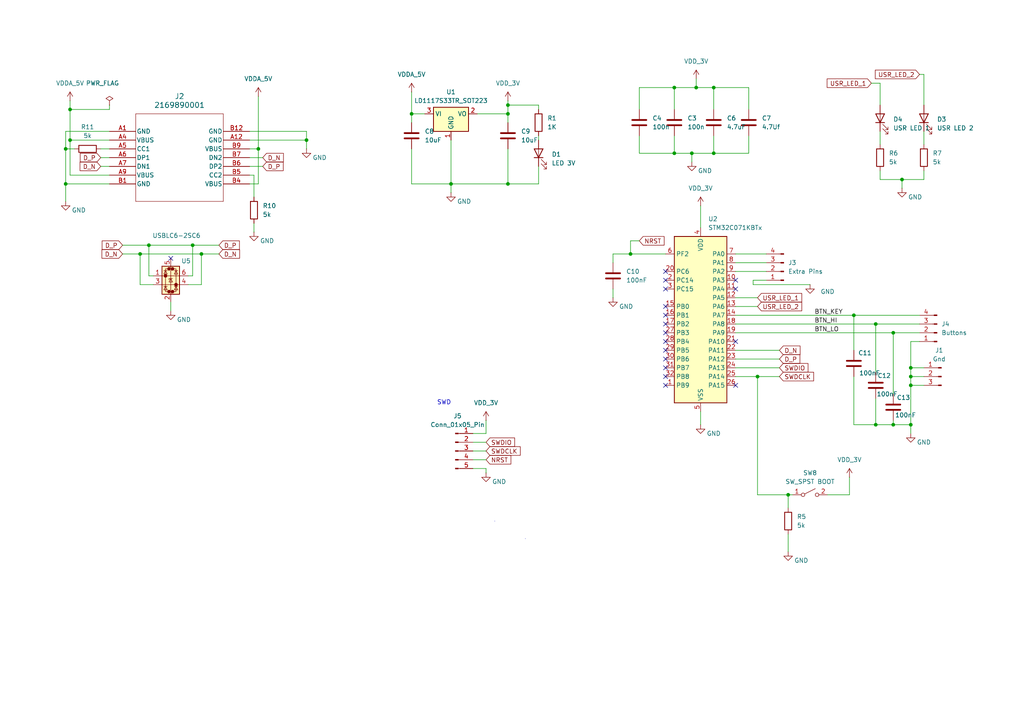
<source format=kicad_sch>
(kicad_sch (version 20231120) (generator "eeschema") (generator_version "8.0")
  (paper "A4")
  (lib_symbols
    (symbol "Connector:Conn_01x03_Pin" (pin_names (offset 1.016) hide)
      (property "Reference" "J" (at 0 5.08 0))
      (property "Value" "Conn_01x03_Pin" (at 0 -5.08 0))
      (symbol "Conn_01x03_Pin_1_1"
        (polyline (pts (xy 1.27 -2.54) (xy 0.8636 -2.54)) (stroke (width 0.1524)))
        (polyline (pts (xy 1.27 0) (xy 0.8636 0)) (stroke (width 0.1524)))
        (polyline (pts (xy 1.27 2.54) (xy 0.8636 2.54)) (stroke (width 0.1524)))
        (rectangle (start 0.8636 -2.413) (end 0 -2.667) (stroke (width 0.1524)) (fill (type outline)))
        (rectangle (start 0.8636 0.127) (end 0 -0.127) (stroke (width 0.1524)) (fill (type outline)))
        (rectangle (start 0.8636 2.667) (end 0 2.413) (stroke (width 0.1524)) (fill (type outline)))
        (pin passive line (at 5.08 2.54 180) (length 3.81) (name "Pin_1") (number "1"))
        (pin passive line (at 5.08 0 180) (length 3.81) (name "Pin_2") (number "2"))
        (pin passive line (at 5.08 -2.54 180) (length 3.81) (name "Pin_3") (number "3"))
      )
    )
    (symbol "Connector:Conn_01x04_Pin" (pin_names (offset 1.016) hide)
      (property "Reference" "J" (at 0 5.08 0))
      (property "Value" "Conn_01x04_Pin" (at 0 -7.62 0))
      (symbol "Conn_01x04_Pin_1_1"
        (polyline (pts (xy 1.27 -5.08) (xy 0.8636 -5.08)) (stroke (width 0.1524)))
        (polyline (pts (xy 1.27 -2.54) (xy 0.8636 -2.54)) (stroke (width 0.1524)))
        (polyline (pts (xy 1.27 0) (xy 0.8636 0)) (stroke (width 0.1524)))
        (polyline (pts (xy 1.27 2.54) (xy 0.8636 2.54)) (stroke (width 0.1524)))
        (rectangle (start 0.8636 -4.953) (end 0 -5.207) (stroke (width 0.1524)) (fill (type outline)))
        (rectangle (start 0.8636 -2.413) (end 0 -2.667) (stroke (width 0.1524)) (fill (type outline)))
        (rectangle (start 0.8636 0.127) (end 0 -0.127) (stroke (width 0.1524)) (fill (type outline)))
        (rectangle (start 0.8636 2.667) (end 0 2.413) (stroke (width 0.1524)) (fill (type outline)))
        (pin passive line (at 5.08 2.54 180) (length 3.81) (name "Pin_1") (number "1"))
        (pin passive line (at 5.08 0 180) (length 3.81) (name "Pin_2") (number "2"))
        (pin passive line (at 5.08 -2.54 180) (length 3.81) (name "Pin_3") (number "3"))
        (pin passive line (at 5.08 -5.08 180) (length 3.81) (name "Pin_4") (number "4"))
      )
    )
    (symbol "Connector:Conn_01x05_Pin" (pin_names (offset 1.016) hide)
      (property "Reference" "J" (at 0 7.62 0))
      (property "Value" "Conn_01x05_Pin" (at 0 -7.62 0))
      (symbol "Conn_01x05_Pin_1_1"
        (polyline (pts (xy 1.27 -5.08) (xy 0.8636 -5.08)) (stroke (width 0.1524)))
        (polyline (pts (xy 1.27 -2.54) (xy 0.8636 -2.54)) (stroke (width 0.1524)))
        (polyline (pts (xy 1.27 0) (xy 0.8636 0)) (stroke (width 0.1524)))
        (polyline (pts (xy 1.27 2.54) (xy 0.8636 2.54)) (stroke (width 0.1524)))
        (polyline (pts (xy 1.27 5.08) (xy 0.8636 5.08)) (stroke (width 0.1524)))
        (rectangle (start 0.8636 -4.953) (end 0 -5.207) (stroke (width 0.1524)) (fill (type outline)))
        (rectangle (start 0.8636 -2.413) (end 0 -2.667) (stroke (width 0.1524)) (fill (type outline)))
        (rectangle (start 0.8636 0.127) (end 0 -0.127) (stroke (width 0.1524)) (fill (type outline)))
        (rectangle (start 0.8636 2.667) (end 0 2.413) (stroke (width 0.1524)) (fill (type outline)))
        (rectangle (start 0.8636 5.207) (end 0 4.953) (stroke (width 0.1524)) (fill (type outline)))
        (pin passive line (at 5.08 5.08 180) (length 3.81) (name "Pin_1") (number "1"))
        (pin passive line (at 5.08 2.54 180) (length 3.81) (name "Pin_2") (number "2"))
        (pin passive line (at 5.08 0 180) (length 3.81) (name "Pin_3") (number "3"))
        (pin passive line (at 5.08 -2.54 180) (length 3.81) (name "Pin_4") (number "4"))
        (pin passive line (at 5.08 -5.08 180) (length 3.81) (name "Pin_5") (number "5"))
      )
    )
    (symbol "Device:C" (pin_numbers hide) (pin_names (offset 0.254))
      (property "Reference" "C" (at 0.635 2.54 0))
      (property "Value" "C" (at 0.635 -2.54 0))
      (symbol "C_0_1"
        (polyline (pts (xy -2.032 -0.762) (xy 2.032 -0.762)) (stroke (width 0.508)))
        (polyline (pts (xy -2.032 0.762) (xy 2.032 0.762)) (stroke (width 0.508)))
      )
      (symbol "C_1_1"
        (pin passive line (at 0 3.81 270) (length 2.794) (name "~") (number "1"))
        (pin passive line (at 0 -3.81 90) (length 2.794) (name "~") (number "2"))
      )
    )
    (symbol "Device:LED" (pin_numbers hide) (pin_names (offset 1.016) hide)
      (property "Reference" "D" (at 0 2.54 0))
      (property "Value" "LED" (at 0 -2.54 0))
      (symbol "LED_0_1"
        (polyline (pts (xy -1.27 -1.27) (xy -1.27 1.27)) (stroke (width 0.254)))
        (polyline (pts (xy -1.27 0) (xy 1.27 0)))
        (polyline (pts (xy 1.27 -1.27) (xy 1.27 1.27) (xy -1.27 0) (xy 1.27 -1.27)) (stroke (width 0.254)))
        (polyline (pts (xy -3.048 -0.762) (xy -4.572 -2.286) (xy -3.81 -2.286) (xy -4.572 -2.286) (xy -4.572 -1.524)))
        (polyline (pts (xy -1.778 -0.762) (xy -3.302 -2.286) (xy -2.54 -2.286) (xy -3.302 -2.286) (xy -3.302 -1.524)))
      )
      (symbol "LED_1_1"
        (pin passive line (at -3.81 0 0) (length 2.54) (name "K") (number "1"))
        (pin passive line (at 3.81 0 180) (length 2.54) (name "A") (number "2"))
      )
    )
    (symbol "Device:R" (pin_numbers hide) (pin_names (offset 0))
      (property "Reference" "R" (at 2.032 0 90))
      (property "Value" "R" (at 0 0 90))
      (symbol "R_0_1"
        (rectangle (start -1.016 -2.54) (end 1.016 2.54) (stroke (width 0.254)))
      )
      (symbol "R_1_1"
        (pin passive line (at 0 3.81 270) (length 1.27) (name "~") (number "1"))
        (pin passive line (at 0 -3.81 90) (length 1.27) (name "~") (number "2"))
      )
    )
    (symbol "MCU_ST_STM32C0:STM32C071KBTx"
      (property "Reference" "U" (at -7.62 26.67 0))
      (property "Value" "STM32C071KBTx" (at 2.54 26.67 0))
      (symbol "STM32C071KBTx_0_1"
        (rectangle (start -7.62 -22.86) (end 7.62 25.4) (stroke (width 0.254)) (fill (type background)))
      )
      (symbol "STM32C071KBTx_1_1"
        (pin bidirectional line (at -10.16 -17.78 0) (length 2.54) (name "PB9") (number "1"))
        (pin bidirectional line (at 10.16 12.7 180) (length 2.54) (name "PA3") (number "10"))
        (pin bidirectional line (at 10.16 10.16 180) (length 2.54) (name "PA4") (number "11"))
        (pin bidirectional line (at 10.16 7.62 180) (length 2.54) (name "PA5") (number "12"))
        (pin bidirectional line (at 10.16 5.08 180) (length 2.54) (name "PA6") (number "13"))
        (pin bidirectional line (at 10.16 2.54 180) (length 2.54) (name "PA7") (number "14"))
        (pin bidirectional line (at -10.16 5.08 0) (length 2.54) (name "PB0") (number "15"))
        (pin bidirectional line (at -10.16 2.54 0) (length 2.54) (name "PB1") (number "16"))
        (pin bidirectional line (at -10.16 0 0) (length 2.54) (name "PB2") (number "17"))
        (pin bidirectional line (at 10.16 0 180) (length 2.54) (name "PA8") (number "18"))
        (pin bidirectional line (at 10.16 -2.54 180) (length 2.54) (name "PA9") (number "19"))
        (pin bidirectional line (at -10.16 12.7 0) (length 2.54) (name "PC14") (number "2"))
        (pin bidirectional line (at -10.16 15.24 0) (length 2.54) (name "PC6") (number "20"))
        (pin bidirectional line (at 10.16 -5.08 180) (length 2.54) (name "PA10") (number "21"))
        (pin bidirectional line (at 10.16 -7.62 180) (length 2.54) (name "PA11") (number "22"))
        (pin bidirectional line (at 10.16 -10.16 180) (length 2.54) (name "PA12") (number "23"))
        (pin bidirectional line (at 10.16 -12.7 180) (length 2.54) (name "PA13") (number "24"))
        (pin bidirectional line (at 10.16 -15.24 180) (length 2.54) (name "PA14") (number "25"))
        (pin bidirectional line (at 10.16 -17.78 180) (length 2.54) (name "PA15") (number "26"))
        (pin bidirectional line (at -10.16 -2.54 0) (length 2.54) (name "PB3") (number "27"))
        (pin bidirectional line (at -10.16 -5.08 0) (length 2.54) (name "PB4") (number "28"))
        (pin bidirectional line (at -10.16 -7.62 0) (length 2.54) (name "PB5") (number "29"))
        (pin bidirectional line (at -10.16 10.16 0) (length 2.54) (name "PC15") (number "3"))
        (pin bidirectional line (at -10.16 -10.16 0) (length 2.54) (name "PB6") (number "30"))
        (pin bidirectional line (at -10.16 -12.7 0) (length 2.54) (name "PB7") (number "31"))
        (pin bidirectional line (at -10.16 -15.24 0) (length 2.54) (name "PB8") (number "32"))
        (pin power_in line (at 0 27.94 270) (length 2.54) (name "VDD") (number "4"))
        (pin power_in line (at 0 -25.4 90) (length 2.54) (name "VSS") (number "5"))
        (pin bidirectional line (at -10.16 20.32 0) (length 2.54) (name "PF2") (number "6"))
        (pin bidirectional line (at 10.16 20.32 180) (length 2.54) (name "PA0") (number "7"))
        (pin bidirectional line (at 10.16 17.78 180) (length 2.54) (name "PA1") (number "8"))
        (pin bidirectional line (at 10.16 15.24 180) (length 2.54) (name "PA2") (number "9"))
      )
    )
    (symbol "Power_Protection:USBLC6-2SC6" (pin_names hide)
      (property "Reference" "U" (at 0.635 5.715 0))
      (property "Value" "USBLC6-2SC6" (at 0.635 3.81 0))
      (symbol "USBLC6-2SC6_0_0"
        (circle (center -1.524 0) (radius 0.0001) (stroke (width 0.508)))
        (circle (center -0.508 -4.572) (radius 0.0001) (stroke (width 0.508)))
        (circle (center -0.508 2.032) (radius 0.0001) (stroke (width 0.508)))
        (circle (center 0.508 -4.572) (radius 0.0001) (stroke (width 0.508)))
        (circle (center 0.508 2.032) (radius 0.0001) (stroke (width 0.508)))
        (circle (center 1.524 -2.54) (radius 0.0001) (stroke (width 0.508)))
      )
      (symbol "USBLC6-2SC6_0_1"
        (polyline (pts (xy -2.54 -2.54) (xy 2.54 -2.54)))
        (polyline (pts (xy -2.54 0) (xy 2.54 0)))
        (polyline (pts (xy -2.032 -3.048) (xy -1.016 -3.048)))
        (polyline (pts (xy -1.016 1.524) (xy -2.032 1.524)))
        (polyline (pts (xy 1.016 -3.048) (xy 2.032 -3.048)))
        (polyline (pts (xy 1.016 1.524) (xy 2.032 1.524)))
        (polyline (pts (xy -0.508 -1.143) (xy -0.508 -0.762) (xy 0.508 -0.762)))
        (polyline (pts (xy -2.032 0.508) (xy -1.016 0.508) (xy -1.524 1.524) (xy -2.032 0.508)))
        (polyline (pts (xy -1.016 -4.064) (xy -2.032 -4.064) (xy -1.524 -3.048) (xy -1.016 -4.064)))
        (polyline (pts (xy 0.508 -1.778) (xy -0.508 -1.778) (xy 0 -0.762) (xy 0.508 -1.778)))
        (polyline (pts (xy 2.032 -4.064) (xy 1.016 -4.064) (xy 1.524 -3.048) (xy 2.032 -4.064)))
        (polyline (pts (xy 2.032 0.508) (xy 1.016 0.508) (xy 1.524 1.524) (xy 2.032 0.508)))
        (polyline (pts (xy 0 2.54) (xy -0.508 2.032) (xy 0.508 2.032) (xy 0 1.524) (xy 0 -4.064) (xy -0.508 -4.572) (xy 0.508 -4.572) (xy 0 -5.08)))
      )
      (symbol "USBLC6-2SC6_1_1"
        (rectangle (start -2.54 2.794) (end 2.54 -5.334) (stroke (width 0.254)) (fill (type background)))
        (polyline (pts (xy -0.508 2.032) (xy -1.524 2.032) (xy -1.524 -4.572) (xy -0.508 -4.572)))
        (polyline (pts (xy 0.508 -4.572) (xy 1.524 -4.572) (xy 1.524 2.032) (xy 0.508 2.032)))
        (pin passive line (at -5.08 0 0) (length 2.54) (name "I/O1") (number "1"))
        (pin passive line (at 0 -7.62 90) (length 2.54) (name "GND") (number "2"))
        (pin passive line (at -5.08 -2.54 0) (length 2.54) (name "I/O2") (number "3"))
        (pin passive line (at 5.08 -2.54 180) (length 2.54) (name "I/O2") (number "4"))
        (pin passive line (at 0 5.08 270) (length 2.54) (name "VBUS") (number "5"))
        (pin passive line (at 5.08 0 180) (length 2.54) (name "I/O1") (number "6"))
      )
    )
    (symbol "Regulator_Linear:LD1117S33TR_SOT223"
      (property "Reference" "U" (at -3.81 3.175 0))
      (property "Value" "LD1117S33TR_SOT223" (at 0 3.175 0))
      (symbol "LD1117S33TR_SOT223_0_1"
        (rectangle (start -5.08 -5.08) (end 5.08 1.905) (stroke (width 0.254)) (fill (type background)))
      )
      (symbol "LD1117S33TR_SOT223_1_1"
        (pin power_in line (at 0 -7.62 90) (length 2.54) (name "GND") (number "1"))
        (pin power_out line (at 7.62 0 180) (length 2.54) (name "VO") (number "2"))
        (pin power_in line (at -7.62 0 0) (length 2.54) (name "VI") (number "3"))
      )
    )
    (symbol "Switch:SW_SPST" (pin_names (offset 0) hide)
      (property "Reference" "SW" (at 0 3.175 0))
      (property "Value" "SW_SPST" (at 0 -2.54 0))
      (symbol "SW_SPST_0_0"
        (circle (center -2.032 0) (radius 0.508))
        (polyline (pts (xy -1.524 0.254) (xy 1.524 1.778)))
        (circle (center 2.032 0) (radius 0.508))
      )
      (symbol "SW_SPST_1_1"
        (pin passive line (at -5.08 0 0) (length 2.54) (name "A") (number "1"))
        (pin passive line (at 5.08 0 180) (length 2.54) (name "B") (number "2"))
      )
    )
    (symbol "USB Connector:2169890001" (pin_names (offset 0.254))
      (property "Reference" "J" (at 20.32 10.16 0))
      (property "Value" "2169890001" (at 20.32 7.62 0))
      (symbol "2169890001_0_1"
        (polyline (pts (xy 7.62 -20.32) (xy 33.02 -20.32)) (stroke (width 0.127)))
        (polyline (pts (xy 7.62 5.08) (xy 7.62 -20.32)) (stroke (width 0.127)))
        (polyline (pts (xy 33.02 -20.32) (xy 33.02 5.08)) (stroke (width 0.127)))
        (polyline (pts (xy 33.02 5.08) (xy 7.62 5.08)) (stroke (width 0.127)))
        (pin power_out line (at 0 0 0) (length 7.62) (name "GND") (number "A1"))
        (pin power_out line (at 40.64 -2.54 180) (length 7.62) (name "GND") (number "A12"))
        (pin power_in line (at 0 -2.54 0) (length 7.62) (name "VBUS") (number "A4"))
        (pin bidirectional line (at 0 -5.08 0) (length 7.62) (name "CC1") (number "A5"))
        (pin bidirectional line (at 0 -7.62 0) (length 7.62) (name "DP1") (number "A6"))
        (pin bidirectional line (at 0 -10.16 0) (length 7.62) (name "DN1") (number "A7"))
        (pin power_in line (at 0 -12.7 0) (length 7.62) (name "VBUS") (number "A9"))
        (pin power_out line (at 0 -15.24 0) (length 7.62) (name "GND") (number "B1"))
        (pin power_out line (at 40.64 0 180) (length 7.62) (name "GND") (number "B12"))
        (pin power_in line (at 40.64 -15.24 180) (length 7.62) (name "VBUS") (number "B4"))
        (pin bidirectional line (at 40.64 -12.7 180) (length 7.62) (name "CC2") (number "B5"))
        (pin bidirectional line (at 40.64 -10.16 180) (length 7.62) (name "DP2") (number "B6"))
        (pin bidirectional line (at 40.64 -7.62 180) (length 7.62) (name "DN2") (number "B7"))
        (pin power_in line (at 40.64 -5.08 180) (length 7.62) (name "VBUS") (number "B9"))
      )
    )
    (symbol "power:GND" (power) (pin_numbers hide) (pin_names (offset 0) hide)
      (property "Value" "GND" (at 0 -3.81 0))
      (symbol "GND_0_1"
        (polyline (pts (xy 0 0) (xy 0 -1.27) (xy 1.27 -1.27) (xy 0 -2.54) (xy -1.27 -1.27) (xy 0 -1.27)))
      )
      (symbol "GND_1_1"
        (pin power_in line (at 0 0 270) (length 0) (name "~") (number "1"))
      )
    )
    (symbol "power:PWR_FLAG" (power) (pin_numbers hide) (pin_names (offset 0) hide)
      (property "Value" "PWR_FLAG" (at 0 3.81 0))
      (symbol "PWR_FLAG_0_0"
        (pin power_out line (at 0 0 90) (length 0) (name "~") (number "1"))
      )
      (symbol "PWR_FLAG_0_1"
        (polyline (pts (xy 0 0) (xy 0 1.27) (xy -1.016 1.905) (xy 0 2.54) (xy 1.016 1.905) (xy 0 1.27)))
      )
    )
    (symbol "power:VDD" (power) (pin_numbers hide) (pin_names (offset 0) hide)
      (property "Value" "VDD" (at 0 3.556 0))
      (symbol "VDD_0_1"
        (polyline (pts (xy -0.762 1.27) (xy 0 2.54)))
        (polyline (pts (xy 0 0) (xy 0 2.54)))
        (polyline (pts (xy 0 2.54) (xy 0.762 1.27)))
      )
      (symbol "VDD_1_1"
        (pin power_in line (at 0 0 90) (length 0) (name "~") (number "1"))
      )
    )
    (symbol "power:VDDA" (power) (pin_numbers hide) (pin_names (offset 0) hide)
      (property "Value" "VDDA" (at 0 3.556 0))
      (symbol "VDDA_0_1"
        (polyline (pts (xy -0.762 1.27) (xy 0 2.54)))
        (polyline (pts (xy 0 0) (xy 0 2.54)))
        (polyline (pts (xy 0 2.54) (xy 0.762 1.27)))
      )
      (symbol "VDDA_1_1"
        (pin power_in line (at 0 0 90) (length 0) (name "~") (number "1"))
      )
    )
  )
  (junction (at 254 123.19))
  (junction (at 200.66 44.45))
  (junction (at 20.32 31.75))
  (junction (at 55.88 71.12))
  (junction (at 264.16 109.22))
  (junction (at 119.38 33.02))
  (junction (at 195.58 44.45))
  (junction (at 19.05 53.34))
  (junction (at 264.16 106.68))
  (junction (at 247.65 91.44))
  (junction (at 195.58 25.4))
  (junction (at 182.88 73.66))
  (junction (at 207.01 44.45))
  (junction (at 74.93 43.18))
  (junction (at 201.93 25.4))
  (junction (at 264.16 111.76))
  (junction (at 261.62 52.07))
  (junction (at 20.32 40.64))
  (junction (at 207.01 25.4))
  (junction (at 147.32 30.48))
  (junction (at 254 93.98))
  (junction (at 88.9 40.64))
  (junction (at 147.32 53.34))
  (junction (at 40.64 73.66))
  (junction (at 259.08 123.19))
  (junction (at 228.6 143.51))
  (junction (at 259.08 96.52))
  (junction (at 219.71 109.22))
  (junction (at 58.42 73.66))
  (junction (at 147.32 33.02))
  (junction (at 264.16 123.19))
  (junction (at 19.05 43.18))
  (junction (at 130.81 53.34))
  (junction (at 43.18 71.12))
  (no_connect (at 213.36 83.82))
  (no_connect (at 193.04 101.6))
  (no_connect (at 193.04 104.14))
  (no_connect (at 213.36 99.06))
  (no_connect (at 193.04 99.06))
  (no_connect (at 193.04 81.28))
  (no_connect (at 193.04 109.22))
  (no_connect (at 193.04 88.9))
  (no_connect (at 193.04 111.76))
  (no_connect (at 193.04 93.98))
  (no_connect (at 49.53 74.93))
  (no_connect (at 213.36 111.76))
  (no_connect (at 193.04 91.44))
  (no_connect (at 193.04 96.52))
  (no_connect (at 193.04 78.74))
  (no_connect (at 213.36 81.28))
  (no_connect (at 193.04 83.82))
  (no_connect (at 193.04 106.68))
  (wire (pts (xy 185.42 69.85) (xy 182.88 69.85)))
  (wire (pts (xy 207.01 25.4) (xy 217.17 25.4)))
  (wire (pts (xy 264.16 106.68) (xy 267.97 106.68)))
  (wire (pts (xy 147.32 33.02) (xy 147.32 35.56)))
  (wire (pts (xy 201.93 22.86) (xy 201.93 25.4)))
  (wire (pts (xy 137.16 135.89) (xy 140.97 135.89)))
  (wire (pts (xy 88.9 40.64) (xy 88.9 43.18)))
  (wire (pts (xy 74.93 53.34) (xy 74.93 43.18)))
  (wire (pts (xy 72.39 53.34) (xy 74.93 53.34)))
  (wire (pts (xy 147.32 33.02) (xy 147.32 30.48)))
  (wire (pts (xy 213.36 78.74) (xy 222.25 78.74)))
  (wire (pts (xy 217.17 25.4) (xy 217.17 31.75)))
  (wire (pts (xy 29.21 43.18) (xy 31.75 43.18)))
  (wire (pts (xy 147.32 43.18) (xy 147.32 53.34)))
  (wire (pts (xy 182.88 73.66) (xy 193.04 73.66)))
  (wire (pts (xy 72.39 38.1) (xy 88.9 38.1)))
  (wire (pts (xy 264.16 111.76) (xy 267.97 111.76)))
  (wire (pts (xy 29.21 48.26) (xy 31.75 48.26)))
  (wire (pts (xy 156.21 30.48) (xy 156.21 31.75)))
  (wire (pts (xy 137.16 125.73) (xy 140.97 125.73)))
  (wire (pts (xy 200.66 44.45) (xy 207.01 44.45)))
  (wire (pts (xy 147.32 30.48) (xy 156.21 30.48)))
  (wire (pts (xy 267.97 52.07) (xy 267.97 49.53)))
  (wire (pts (xy 267.97 21.59) (xy 267.97 30.48)))
  (wire (pts (xy 213.36 91.44) (xy 247.65 91.44)))
  (wire (pts (xy 156.21 48.26) (xy 156.21 53.34)))
  (wire (pts (xy 255.27 49.53) (xy 255.27 52.07)))
  (wire (pts (xy 137.16 130.81) (xy 140.97 130.81)))
  (wire (pts (xy 264.16 109.22) (xy 267.97 109.22)))
  (wire (pts (xy 261.62 52.07) (xy 267.97 52.07)))
  (wire (pts (xy 240.03 143.51) (xy 246.38 143.51)))
  (wire (pts (xy 185.42 44.45) (xy 195.58 44.45)))
  (wire (pts (xy 213.36 106.68) (xy 226.06 106.68)))
  (wire (pts (xy 29.21 45.72) (xy 31.75 45.72)))
  (wire (pts (xy 44.45 82.55) (xy 40.64 82.55)))
  (wire (pts (xy 119.38 33.02) (xy 119.38 35.56)))
  (wire (pts (xy 213.36 104.14) (xy 226.06 104.14)))
  (wire (pts (xy 73.66 50.8) (xy 73.66 57.15)))
  (wire (pts (xy 19.05 43.18) (xy 21.59 43.18)))
  (wire (pts (xy 20.32 50.8) (xy 20.32 40.64)))
  (wire (pts (xy 207.01 39.37) (xy 207.01 44.45)))
  (wire (pts (xy 54.61 80.01) (xy 55.88 80.01)))
  (wire (pts (xy 200.66 44.45) (xy 200.66 46.99)))
  (wire (pts (xy 140.97 125.73) (xy 140.97 121.92)))
  (wire (pts (xy 156.21 53.34) (xy 147.32 53.34)))
  (wire (pts (xy 213.36 73.66) (xy 222.25 73.66)))
  (wire (pts (xy 20.32 31.75) (xy 20.32 29.21)))
  (wire (pts (xy 219.71 109.22) (xy 219.71 143.51)))
  (wire (pts (xy 31.75 30.48) (xy 31.75 31.75)))
  (wire (pts (xy 228.6 143.51) (xy 229.87 143.51)))
  (wire (pts (xy 203.2 59.69) (xy 203.2 66.04)))
  (wire (pts (xy 19.05 53.34) (xy 19.05 58.42)))
  (wire (pts (xy 58.42 73.66) (xy 63.5 73.66)))
  (wire (pts (xy 259.08 96.52) (xy 266.7 96.52)))
  (wire (pts (xy 55.88 80.01) (xy 55.88 71.12)))
  (wire (pts (xy 195.58 39.37) (xy 195.58 44.45)))
  (wire (pts (xy 213.36 109.22) (xy 219.71 109.22)))
  (wire (pts (xy 72.39 43.18) (xy 74.93 43.18)))
  (wire (pts (xy 255.27 52.07) (xy 261.62 52.07)))
  (wire (pts (xy 207.01 25.4) (xy 207.01 31.75)))
  (wire (pts (xy 123.19 33.02) (xy 119.38 33.02)))
  (wire (pts (xy 185.42 25.4) (xy 195.58 25.4)))
  (wire (pts (xy 119.38 26.67) (xy 119.38 33.02)))
  (wire (pts (xy 219.71 143.51) (xy 228.6 143.51)))
  (wire (pts (xy 182.88 69.85) (xy 182.88 73.66)))
  (wire (pts (xy 43.18 80.01) (xy 44.45 80.01)))
  (wire (pts (xy 246.38 143.51) (xy 246.38 138.43)))
  (wire (pts (xy 254 123.19) (xy 259.08 123.19)))
  (wire (pts (xy 72.39 45.72) (xy 76.2 45.72)))
  (wire (pts (xy 247.65 123.19) (xy 254 123.19)))
  (wire (pts (xy 213.36 101.6) (xy 226.06 101.6)))
  (wire (pts (xy 228.6 147.32) (xy 228.6 143.51)))
  (wire (pts (xy 43.18 71.12) (xy 43.18 80.01)))
  (wire (pts (xy 35.56 71.12) (xy 43.18 71.12)))
  (wire (pts (xy 247.65 91.44) (xy 266.7 91.44)))
  (wire (pts (xy 185.42 39.37) (xy 185.42 44.45)))
  (wire (pts (xy 264.16 106.68) (xy 264.16 99.06)))
  (wire (pts (xy 130.81 40.64) (xy 130.81 53.34)))
  (wire (pts (xy 234.95 82.55) (xy 218.44 82.55)))
  (wire (pts (xy 267.97 38.1) (xy 267.97 41.91)))
  (wire (pts (xy 54.61 82.55) (xy 58.42 82.55)))
  (wire (pts (xy 73.66 50.8) (xy 72.39 50.8)))
  (wire (pts (xy 247.65 123.19) (xy 247.65 109.22)))
  (wire (pts (xy 156.21 39.37) (xy 156.21 40.64)))
  (wire (pts (xy 264.16 109.22) (xy 264.16 106.68)))
  (wire (pts (xy 195.58 44.45) (xy 200.66 44.45)))
  (wire (pts (xy 20.32 50.8) (xy 31.75 50.8)))
  (wire (pts (xy 137.16 128.27) (xy 140.97 128.27)))
  (wire (pts (xy 217.17 44.45) (xy 217.17 39.37)))
  (wire (pts (xy 213.36 93.98) (xy 254 93.98)))
  (wire (pts (xy 55.88 71.12) (xy 63.5 71.12)))
  (wire (pts (xy 74.93 43.18) (xy 74.93 27.94)))
  (wire (pts (xy 137.16 133.35) (xy 140.97 133.35)))
  (wire (pts (xy 201.93 25.4) (xy 207.01 25.4)))
  (wire (pts (xy 138.43 33.02) (xy 147.32 33.02)))
  (wire (pts (xy 218.44 82.55) (xy 218.44 81.28)))
  (wire (pts (xy 130.81 53.34) (xy 119.38 53.34)))
  (wire (pts (xy 254 115.57) (xy 254 123.19)))
  (wire (pts (xy 252.73 24.13) (xy 255.27 24.13)))
  (wire (pts (xy 261.62 52.07) (xy 261.62 54.61)))
  (wire (pts (xy 20.32 40.64) (xy 20.32 31.75)))
  (wire (pts (xy 177.8 73.66) (xy 177.8 76.2)))
  (wire (pts (xy 259.08 121.92) (xy 259.08 123.19)))
  (wire (pts (xy 130.81 53.34) (xy 130.81 55.88)))
  (wire (pts (xy 264.16 125.73) (xy 264.16 123.19)))
  (wire (pts (xy 119.38 53.34) (xy 119.38 43.18)))
  (wire (pts (xy 247.65 91.44) (xy 247.65 101.6)))
  (wire (pts (xy 255.27 38.1) (xy 255.27 41.91)))
  (wire (pts (xy 72.39 40.64) (xy 88.9 40.64)))
  (wire (pts (xy 58.42 73.66) (xy 58.42 82.55)))
  (wire (pts (xy 203.2 119.38) (xy 203.2 123.19)))
  (wire (pts (xy 147.32 30.48) (xy 147.32 29.21)))
  (wire (pts (xy 177.8 73.66) (xy 182.88 73.66)))
  (wire (pts (xy 259.08 96.52) (xy 259.08 114.3)))
  (wire (pts (xy 219.71 109.22) (xy 226.06 109.22)))
  (wire (pts (xy 19.05 53.34) (xy 31.75 53.34)))
  (wire (pts (xy 40.64 73.66) (xy 58.42 73.66)))
  (wire (pts (xy 213.36 76.2) (xy 222.25 76.2)))
  (wire (pts (xy 140.97 135.89) (xy 140.97 137.16)))
  (wire (pts (xy 195.58 25.4) (xy 195.58 31.75)))
  (wire (pts (xy 185.42 31.75) (xy 185.42 25.4)))
  (wire (pts (xy 264.16 99.06) (xy 266.7 99.06)))
  (wire (pts (xy 19.05 43.18) (xy 19.05 53.34)))
  (wire (pts (xy 259.08 123.19) (xy 264.16 123.19)))
  (wire (pts (xy 20.32 40.64) (xy 31.75 40.64)))
  (wire (pts (xy 88.9 38.1) (xy 88.9 40.64)))
  (wire (pts (xy 72.39 48.26) (xy 76.2 48.26)))
  (wire (pts (xy 130.81 53.34) (xy 147.32 53.34)))
  (wire (pts (xy 264.16 123.19) (xy 264.16 111.76)))
  (wire (pts (xy 19.05 38.1) (xy 31.75 38.1)))
  (wire (pts (xy 43.18 71.12) (xy 55.88 71.12)))
  (wire (pts (xy 213.36 96.52) (xy 259.08 96.52)))
  (wire (pts (xy 255.27 24.13) (xy 255.27 30.48)))
  (wire (pts (xy 213.36 86.36) (xy 219.71 86.36)))
  (wire (pts (xy 254 93.98) (xy 254 107.95)))
  (wire (pts (xy 40.64 82.55) (xy 40.64 73.66)))
  (wire (pts (xy 213.36 88.9) (xy 219.71 88.9)))
  (wire (pts (xy 195.58 25.4) (xy 201.93 25.4)))
  (wire (pts (xy 19.05 38.1) (xy 19.05 43.18)))
  (wire (pts (xy 254 93.98) (xy 266.7 93.98)))
  (wire (pts (xy 49.53 87.63) (xy 49.53 90.17)))
  (wire (pts (xy 218.44 81.28) (xy 222.25 81.28)))
  (wire (pts (xy 31.75 31.75) (xy 20.32 31.75)))
  (wire (pts (xy 264.16 111.76) (xy 264.16 109.22)))
  (wire (pts (xy 228.6 154.94) (xy 228.6 160.02)))
  (wire (pts (xy 35.56 73.66) (xy 40.64 73.66)))
  (wire (pts (xy 207.01 44.45) (xy 217.17 44.45)))
  (wire (pts (xy 73.66 64.77) (xy 73.66 67.31)))
  (wire (pts (xy 177.8 86.36) (xy 177.8 83.82)))
  (wire (pts (xy 266.7 21.59) (xy 267.97 21.59)))
  (rectangle (start 152.4 156.21) (end 152.4 156.21))
  (rectangle (start 143.51 151.13) (end 143.51 151.13))
  (text "SWD \n" (at 129.286 116.84 0) (effects (font (size 1.27 1.27))))
  (label "BTN_HI" (at 236.22 93.98 0))
  (label "BTN_LO" (at 236.22 96.52 0))
  (label "BTN_KEY" (at 236.22 91.44 0))
  (global_label "D_P" (shape input) (at 29.21 45.72 180) (property "Intersheetrefs" "${INTERSHEET_REFS}" (effects (hide yes))))
  (global_label "SWDIO" (shape input) (at 140.97 128.27 0) (property "Intersheetrefs" "${INTERSHEET_REFS}" (effects (hide yes))))
  (global_label "D_P" (shape input) (at 76.2 48.26 0) (property "Intersheetrefs" "${INTERSHEET_REFS}" (effects (hide yes))))
  (global_label "D_N" (shape input) (at 29.21 48.26 180) (property "Intersheetrefs" "${INTERSHEET_REFS}" (effects (hide yes))))
  (global_label "USR_LED_2" (shape input) (at 219.71 88.9 0) (property "Intersheetrefs" "${INTERSHEET_REFS}" (effects (hide yes))))
  (global_label "D_N" (shape input) (at 76.2 45.72 0) (property "Intersheetrefs" "${INTERSHEET_REFS}" (effects (hide yes))))
  (global_label "NRST" (shape input) (at 185.42 69.85 0) (property "Intersheetrefs" "${INTERSHEET_REFS}" (effects (hide yes))))
  (global_label "D_P" (shape input) (at 226.06 104.14 0) (property "Intersheetrefs" "${INTERSHEET_REFS}" (effects (hide yes))))
  (global_label "D_N" (shape input) (at 35.56 73.66 180) (property "Intersheetrefs" "${INTERSHEET_REFS}" (effects (hide yes))))
  (global_label "USR_LED_1" (shape input) (at 219.71 86.36 0) (property "Intersheetrefs" "${INTERSHEET_REFS}" (effects (hide yes))))
  (global_label "D_P" (shape input) (at 63.5 71.12 0) (property "Intersheetrefs" "${INTERSHEET_REFS}" (effects (hide yes))))
  (global_label "D_P" (shape input) (at 35.56 71.12 180) (property "Intersheetrefs" "${INTERSHEET_REFS}" (effects (hide yes))))
  (global_label "NRST" (shape input) (at 140.97 133.35 0) (property "Intersheetrefs" "${INTERSHEET_REFS}" (effects (hide yes))))
  (global_label "SWDCLK" (shape input) (at 226.06 109.22 0) (property "Intersheetrefs" "${INTERSHEET_REFS}" (effects (hide yes))))
  (global_label "USR_LED_2" (shape input) (at 266.7 21.59 180) (property "Intersheetrefs" "${INTERSHEET_REFS}" (effects (hide yes))))
  (global_label "SWDCLK" (shape input) (at 140.97 130.81 0) (property "Intersheetrefs" "${INTERSHEET_REFS}" (effects (hide yes))))
  (global_label "SWDIO" (shape input) (at 226.06 106.68 0) (property "Intersheetrefs" "${INTERSHEET_REFS}" (effects (hide yes))))
  (global_label "D_N" (shape input) (at 63.5 73.66 0) (property "Intersheetrefs" "${INTERSHEET_REFS}" (effects (hide yes))))
  (global_label "USR_LED_1" (shape input) (at 252.73 24.13 180) (property "Intersheetrefs" "${INTERSHEET_REFS}" (effects (hide yes))))
  (global_label "D_N" (shape input) (at 226.06 101.6 0) (property "Intersheetrefs" "${INTERSHEET_REFS}" (effects (hide yes))))
  (symbol (lib_id "Regulator_Linear:LD1117S33TR_SOT223") (at 130.81 33.02 0) (unit 1)
    (property "Reference" "U1" (at 130.81 26.67 0))
    (property "Value" "LD1117S33TR_SOT223" (at 130.81 29.21 0))
    (property "Footprint" "Package_TO_SOT_SMD:SOT-223-3_TabPin2" (effects (hide yes)))
    (property "Datasheet" "http://www.st.com/st-web-ui/static/active/en/resource/technical/document/datasheet/CD00000544.pdf" (effects (hide yes)))
    (property "Description" "800mA Fixed Low Drop Positive Voltage Regulator, Fixed Output 3.3V, SOT-223" (effects (hide yes)))
  )
  (symbol (lib_id "Device:C") (at 207.01 35.56 0) (unit 1)
    (property "Reference" "C6" (at 210.82 34.2899 0) (effects (justify left)))
    (property "Value" "4.7uF" (at 210.82 36.8299 0) (effects (justify left)))
    (property "Footprint" "Capacitor_SMD:C_0805_2012Metric_Pad1.18x1.45mm_HandSolder" (effects (hide yes)))
    (property "Description" "Unpolarized capacitor" (effects (hide yes)))
  )
  (symbol (lib_id "Device:C") (at 217.17 35.56 0) (unit 1)
    (property "Reference" "C7" (at 220.98 34.2899 0) (effects (justify left)))
    (property "Value" "4.7Uf" (at 220.98 36.8299 0) (effects (justify left)))
    (property "Footprint" "Capacitor_SMD:C_0805_2012Metric_Pad1.18x1.45mm_HandSolder" (effects (hide yes)))
    (property "Description" "Unpolarized capacitor" (effects (hide yes)))
  )
  (symbol (lib_id "Device:R") (at 25.4 43.18 270) (unit 1)
    (property "Reference" "R11" (at 25.4 36.83 90))
    (property "Value" "5k" (at 25.4 39.37 90))
    (property "Footprint" "Resistor_SMD:R_0805_2012Metric_Pad1.20x1.40mm_HandSolder" (effects (hide yes)))
    (property "Description" "Resistor" (effects (hide yes)))
  )
  (symbol (lib_id "power:GND") (at 177.8 86.36 0) (unit 1)
    (property "Reference" "#PWR011" (effects (hide yes)))
    (property "Value" "GND" (at 181.61 88.9 0))
    (property "Description" "Power symbol creates a global label with name \"GND\" , ground" (effects (hide yes)))
  )
  (symbol (lib_id "power:VDD") (at 246.38 138.43 0) (unit 1)
    (property "Reference" "#PWR015" (effects (hide yes)))
    (property "Value" "VDD_3V" (at 246.38 133.35 0))
    (property "Description" "Power symbol creates a global label with name \"VDD\"" (effects (hide yes)))
  )
  (symbol (lib_id "power:GND") (at 130.81 55.88 0) (unit 1)
    (property "Reference" "#PWR010" (effects (hide yes)))
    (property "Value" "GND" (at 134.62 58.42 0))
    (property "Description" "Power symbol creates a global label with name \"GND\" , ground" (effects (hide yes)))
  )
  (symbol (lib_id "Device:C") (at 195.58 35.56 0) (unit 1)
    (property "Reference" "C3" (at 199.39 34.2899 0) (effects (justify left)))
    (property "Value" "100n" (at 199.39 36.8299 0) (effects (justify left)))
    (property "Footprint" "Capacitor_SMD:C_0805_2012Metric_Pad1.18x1.45mm_HandSolder" (effects (hide yes)))
    (property "Description" "Unpolarized capacitor" (effects (hide yes)))
  )
  (symbol (lib_id "power:VDD") (at 147.32 29.21 0) (unit 1)
    (property "Reference" "#PWR09" (effects (hide yes)))
    (property "Value" "VDD_3V" (at 147.32 24.13 0))
    (property "Description" "Power symbol creates a global label with name \"VDD\"" (effects (hide yes)))
  )
  (symbol (lib_id "power:GND") (at 88.9 43.18 0) (unit 1)
    (property "Reference" "#PWR022" (effects (hide yes)))
    (property "Value" "GND" (at 92.71 45.72 0))
    (property "Description" "Power symbol creates a global label with name \"GND\" , ground" (effects (hide yes)))
  )
  (symbol (lib_id "Device:R") (at 267.97 45.72 0) (unit 1)
    (property "Reference" "R7" (at 270.51 44.4499 0) (effects (justify left)))
    (property "Value" "5k" (at 270.51 46.9899 0) (effects (justify left)))
    (property "Footprint" "Resistor_SMD:R_0805_2012Metric_Pad1.20x1.40mm_HandSolder" (effects (hide yes)))
    (property "Description" "Resistor" (effects (hide yes)))
  )
  (symbol (lib_id "Device:LED") (at 255.27 34.29 90) (unit 1)
    (property "Reference" "D4" (at 259.08 34.6074 90) (effects (justify right)))
    (property "Value" "USR LED 1" (at 259.08 37.1474 90) (effects (justify right)))
    (property "Footprint" "LED_SMD:LED_0805_2012Metric_Pad1.15x1.40mm_HandSolder" (effects (hide yes)))
    (property "Description" "Light emitting diode" (effects (hide yes)))
  )
  (symbol (lib_id "power:GND") (at 261.62 54.61 0) (unit 1)
    (property "Reference" "#PWR020" (effects (hide yes)))
    (property "Value" "GND" (at 265.43 57.15 0))
    (property "Description" "Power symbol creates a global label with name \"GND\" , ground" (effects (hide yes)))
  )
  (symbol (lib_id "power:GND") (at 203.2 123.19 0) (unit 1)
    (property "Reference" "#PWR04" (effects (hide yes)))
    (property "Value" "GND" (at 207.01 125.73 0))
    (property "Description" "Power symbol creates a global label with name \"GND\" , ground" (effects (hide yes)))
  )
  (symbol (lib_id "Connector:Conn_01x04_Pin") (at 227.33 78.74 180) (unit 1)
    (property "Reference" "J3" (at 228.6 76.1999 0) (effects (justify right)))
    (property "Value" "Extra Pins" (at 228.6 78.7399 0) (effects (justify right)))
    (property "Footprint" "Connector_PinSocket_2.54mm:PinSocket_1x04_P2.54mm_Vertical" (effects (hide yes)))
    (property "Description" "Generic connector, single row, 01x04, script generated" (effects (hide yes)))
  )
  (symbol (lib_id "power:GND") (at 49.53 90.17 0) (unit 1)
    (property "Reference" "#PWR026" (effects (hide yes)))
    (property "Value" "GND" (at 53.34 92.71 0))
    (property "Description" "Power symbol creates a global label with name \"GND\" , ground" (effects (hide yes)))
  )
  (symbol (lib_id "Device:C") (at 147.32 39.37 0) (unit 1)
    (property "Reference" "C9" (at 151.13 38.0999 0) (effects (justify left)))
    (property "Value" "10uF" (at 151.13 40.6399 0) (effects (justify left)))
    (property "Footprint" "Capacitor_SMD:C_0805_2012Metric_Pad1.18x1.45mm_HandSolder" (effects (hide yes)))
    (property "Description" "Unpolarized capacitor" (effects (hide yes)))
  )
  (symbol (lib_id "Device:R") (at 73.66 60.96 0) (unit 1)
    (property "Reference" "R10" (at 76.2 59.6899 0) (effects (justify left)))
    (property "Value" "5k" (at 76.2 62.2299 0) (effects (justify left)))
    (property "Footprint" "Resistor_SMD:R_0805_2012Metric_Pad1.20x1.40mm_HandSolder" (effects (hide yes)))
    (property "Description" "Resistor" (effects (hide yes)))
  )
  (symbol (lib_id "Device:C") (at 247.65 105.41 0) (unit 1)
    (property "Reference" "C11" (at 248.92 102.362 0) (effects (justify left)))
    (property "Value" "100nF" (at 249.174 108.204 0) (effects (justify left)))
    (property "Footprint" "Capacitor_SMD:C_0805_2012Metric_Pad1.18x1.45mm_HandSolder" (effects (hide yes)))
    (property "Description" "Unpolarized capacitor" (effects (hide yes)))
  )
  (symbol (lib_id "Device:R") (at 156.21 35.56 0) (unit 1)
    (property "Reference" "R1" (at 158.75 34.2899 0) (effects (justify left)))
    (property "Value" "1K" (at 158.75 36.8299 0) (effects (justify left)))
    (property "Footprint" "Resistor_SMD:R_0805_2012Metric_Pad1.20x1.40mm_HandSolder" (effects (hide yes)))
    (property "Description" "Resistor" (effects (hide yes)))
  )
  (symbol (lib_id "Device:C") (at 254 111.76 0) (unit 1)
    (property "Reference" "C12" (at 254.508 108.966 0) (effects (justify left)))
    (property "Value" "100nF" (at 254.254 114.3 0) (effects (justify left)))
    (property "Footprint" "Capacitor_SMD:C_0805_2012Metric_Pad1.18x1.45mm_HandSolder" (effects (hide yes)))
    (property "Description" "Unpolarized capacitor" (effects (hide yes)))
  )
  (symbol (lib_id "power:GND") (at 19.05 58.42 0) (unit 1)
    (property "Reference" "#PWR023" (effects (hide yes)))
    (property "Value" "GND" (at 22.86 60.96 0))
    (property "Description" "Power symbol creates a global label with name \"GND\" , ground" (effects (hide yes)))
  )
  (symbol (lib_id "power:VDD") (at 201.93 22.86 0) (unit 1)
    (property "Reference" "#PWR06" (effects (hide yes)))
    (property "Value" "VDD_3V" (at 201.93 17.78 0))
    (property "Description" "Power symbol creates a global label with name \"VDD\"" (effects (hide yes)))
  )
  (symbol (lib_id "power:GND") (at 140.97 137.16 0) (unit 1)
    (property "Reference" "#PWR01" (effects (hide yes)))
    (property "Value" "GND" (at 144.78 139.7 0))
    (property "Description" "Power symbol creates a global label with name \"GND\" , ground" (effects (hide yes)))
  )
  (symbol (lib_id "power:VDDA") (at 74.93 27.94 0) (unit 1)
    (property "Reference" "#PWR024" (effects (hide yes)))
    (property "Value" "VDDA_5V" (at 74.93 22.86 0))
    (property "Description" "Power symbol creates a global label with name \"VDDA\"" (effects (hide yes)))
  )
  (symbol (lib_id "power:GND") (at 234.95 82.55 0) (mirror y) (unit 1)
    (property "Reference" "#PWR012" (effects (hide yes)))
    (property "Value" "GND" (at 240.03 84.582 0))
    (property "Description" "Power symbol creates a global label with name \"GND\" , ground" (effects (hide yes)))
  )
  (symbol (lib_id "power:VDD") (at 203.2 59.69 0) (unit 1)
    (property "Reference" "#PWR05" (effects (hide yes)))
    (property "Value" "VDD_3V" (at 203.2 54.61 0))
    (property "Description" "Power symbol creates a global label with name \"VDD\"" (effects (hide yes)))
  )
  (symbol (lib_id "power:PWR_FLAG") (at 31.75 30.48 0) (unit 1)
    (property "Reference" "#FLG03" (effects (hide yes)))
    (property "Value" "PWR_FLAG" (at 29.718 24.13 0))
    (property "Description" "Special symbol for telling ERC where power comes from" (effects (hide yes)))
  )
  (symbol (lib_id "power:GND") (at 264.16 125.73 0) (unit 1)
    (property "Reference" "#PWR021" (effects (hide yes)))
    (property "Value" "GND" (at 267.97 128.27 0))
    (property "Description" "Power symbol creates a global label with name \"GND\" , ground" (effects (hide yes)))
  )
  (symbol (lib_id "Connector:Conn_01x04_Pin") (at 271.78 96.52 180) (unit 1)
    (property "Reference" "J4" (at 273.05 93.9799 0) (effects (justify right)))
    (property "Value" "Buttons" (at 273.05 96.5199 0) (effects (justify right)))
    (property "Footprint" "Connector_PinSocket_2.54mm:PinSocket_1x04_P2.54mm_Vertical" (effects (hide yes)))
    (property "Description" "Generic connector, single row, 01x04, script generated" (effects (hide yes)))
  )
  (symbol (lib_id "Device:LED") (at 267.97 34.29 90) (unit 1)
    (property "Reference" "D3" (at 271.78 34.6074 90) (effects (justify right)))
    (property "Value" "USR LED 2" (at 271.78 37.1474 90) (effects (justify right)))
    (property "Footprint" "LED_SMD:LED_0805_2012Metric_Pad1.15x1.40mm_HandSolder" (effects (hide yes)))
    (property "Description" "Light emitting diode" (effects (hide yes)))
  )
  (symbol (lib_id "power:VDD") (at 140.97 121.92 0) (unit 1)
    (property "Reference" "#PWR02" (effects (hide yes)))
    (property "Value" "VDD_3V" (at 140.97 116.84 0))
    (property "Description" "Power symbol creates a global label with name \"VDD\"" (effects (hide yes)))
  )
  (symbol (lib_id "Switch:SW_SPST") (at 234.95 143.51 0) (unit 1)
    (property "Reference" "SW8" (at 234.95 137.16 0))
    (property "Value" "SW_SPST BOOT" (at 234.95 139.7 0))
    (property "Footprint" "Button_Switch_SMD:SW_SPST_FSMSM" (effects (hide yes)))
    (property "Description" "Single Pole Single Throw (SPST) switch" (effects (hide yes)))
  )
  (symbol (lib_id "Device:C") (at 177.8 80.01 0) (unit 1)
    (property "Reference" "C10" (at 181.61 78.7399 0) (effects (justify left)))
    (property "Value" "100nF" (at 181.61 81.2799 0) (effects (justify left)))
    (property "Footprint" "Capacitor_SMD:C_0805_2012Metric_Pad1.18x1.45mm_HandSolder" (effects (hide yes)))
    (property "Description" "Unpolarized capacitor" (effects (hide yes)))
  )
  (symbol (lib_id "Connector:Conn_01x05_Pin") (at 132.08 130.81 0) (unit 1)
    (property "Reference" "J5" (at 132.715 120.65 0))
    (property "Value" "Conn_01x05_Pin" (at 132.715 123.19 0))
    (property "Footprint" "Connector_PinSocket_2.54mm:PinSocket_1x05_P2.54mm_Vertical" (effects (hide yes)))
    (property "Description" "Generic connector, single row, 01x05, script generated" (effects (hide yes)))
  )
  (symbol (lib_id "Connector:Conn_01x03_Pin") (at 273.05 109.22 0) (mirror y) (unit 1)
    (property "Reference" "J1" (at 272.415 101.6 0))
    (property "Value" "Gnd" (at 272.415 104.14 0))
    (property "Footprint" "Connector_PinSocket_2.54mm:PinSocket_1x03_P2.54mm_Vertical" (effects (hide yes)))
    (property "Description" "Generic connector, single row, 01x03, script generated" (effects (hide yes)))
  )
  (symbol (lib_id "power:GND") (at 228.6 160.02 0) (unit 1)
    (property "Reference" "#PWR016" (effects (hide yes)))
    (property "Value" "GND" (at 232.41 162.56 0))
    (property "Description" "Power symbol creates a global label with name \"GND\" , ground" (effects (hide yes)))
  )
  (symbol (lib_id "Power_Protection:USBLC6-2SC6") (at 49.53 80.01 0) (unit 1)
    (property "Reference" "U5" (at 52.578 75.692 0) (effects (justify left)))
    (property "Value" "USBLC6-2SC6" (at 44.196 68.326 0) (effects (justify left)))
    (property "Footprint" "Package_TO_SOT_SMD:SOT-23-6" (effects (hide yes)))
    (property "Datasheet" "https://www.st.com/resource/en/datasheet/usblc6-2.pdf" (effects (hide yes)))
    (property "Description" "Very low capacitance ESD protection diode, 2 data-line, SOT-23-6" (effects (hide yes)))
  )
  (symbol (lib_id "Device:LED") (at 156.21 44.45 90) (unit 1)
    (property "Reference" "D1" (at 160.02 44.7674 90) (effects (justify right)))
    (property "Value" "LED 3V" (at 160.02 47.3074 90) (effects (justify right)))
    (property "Footprint" "LED_SMD:LED_0805_2012Metric_Pad1.15x1.40mm_HandSolder" (effects (hide yes)))
    (property "Description" "Light emitting diode" (effects (hide yes)))
  )
  (symbol (lib_id "Device:C") (at 119.38 39.37 0) (unit 1)
    (property "Reference" "C8" (at 123.19 38.0999 0) (effects (justify left)))
    (property "Value" "10uF" (at 123.19 40.6399 0) (effects (justify left)))
    (property "Footprint" "Capacitor_SMD:C_0805_2012Metric_Pad1.18x1.45mm_HandSolder" (effects (hide yes)))
    (property "Description" "Unpolarized capacitor" (effects (hide yes)))
  )
  (symbol (lib_id "Device:R") (at 255.27 45.72 0) (unit 1)
    (property "Reference" "R6" (at 257.81 44.4499 0) (effects (justify left)))
    (property "Value" "5k" (at 257.81 46.9899 0) (effects (justify left)))
    (property "Footprint" "Resistor_SMD:R_0805_2012Metric_Pad1.20x1.40mm_HandSolder" (effects (hide yes)))
    (property "Description" "Resistor" (effects (hide yes)))
  )
  (symbol (lib_id "power:VDDA") (at 20.32 29.21 0) (unit 1)
    (property "Reference" "#PWR025" (effects (hide yes)))
    (property "Value" "VDDA_5V" (at 20.32 24.13 0))
    (property "Description" "Power symbol creates a global label with name \"VDDA\"" (effects (hide yes)))
  )
  (symbol (lib_id "power:GND") (at 73.66 67.31 0) (unit 1)
    (property "Reference" "#PWR03" (effects (hide yes)))
    (property "Value" "GND" (at 77.47 69.85 0))
    (property "Description" "Power symbol creates a global label with name \"GND\" , ground" (effects (hide yes)))
  )
  (symbol (lib_id "power:VDDA") (at 119.38 26.67 0) (unit 1)
    (property "Reference" "#PWR08" (effects (hide yes)))
    (property "Value" "VDDA_5V" (at 119.38 21.59 0))
    (property "Description" "Power symbol creates a global label with name \"VDDA\"" (effects (hide yes)))
  )
  (symbol (lib_id "Device:C") (at 185.42 35.56 0) (unit 1)
    (property "Reference" "C4" (at 189.23 34.2899 0) (effects (justify left)))
    (property "Value" "100n" (at 189.23 36.8299 0) (effects (justify left)))
    (property "Footprint" "Capacitor_SMD:C_0805_2012Metric_Pad1.18x1.45mm_HandSolder" (effects (hide yes)))
    (property "Description" "Unpolarized capacitor" (effects (hide yes)))
  )
  (symbol (lib_id "Device:R") (at 228.6 151.13 0) (unit 1)
    (property "Reference" "R5" (at 231.14 149.8599 0) (effects (justify left)))
    (property "Value" "5k" (at 231.14 152.3999 0) (effects (justify left)))
    (property "Footprint" "Resistor_SMD:R_0805_2012Metric_Pad1.20x1.40mm_HandSolder" (effects (hide yes)))
    (property "Description" "Resistor" (effects (hide yes)))
  )
  (symbol (lib_id "MCU_ST_STM32C0:STM32C071KBTx") (at 203.2 93.98 0) (unit 1)
    (property "Reference" "U2" (at 205.3941 63.5 0) (effects (justify left)))
    (property "Value" "STM32C071KBTx" (at 205.3941 66.04 0) (effects (justify left)))
    (property "Footprint" "Package_QFP:LQFP-32_7x7mm_P0.8mm" (effects (hide yes)))
    (property "Datasheet" "https://www.st.com/resource/en/datasheet/stm32c071kb.pdf" (effects (hide yes)))
    (property "Description" "STMicroelectronics Arm Cortex-M0+ MCU, 128KB flash, 24KB RAM, 30 GPIO, LQFP32_GP" (effects (hide yes)))
  )
  (symbol (lib_id "Device:C") (at 259.08 118.11 0) (unit 1)
    (property "Reference" "C13" (at 260.096 115.316 0) (effects (justify left)))
    (property "Value" "100nF" (at 259.588 120.396 0) (effects (justify left)))
    (property "Footprint" "Capacitor_SMD:C_0805_2012Metric_Pad1.18x1.45mm_HandSolder" (effects (hide yes)))
    (property "Description" "Unpolarized capacitor" (effects (hide yes)))
  )
  (symbol (lib_id "power:GND") (at 200.66 46.99 0) (unit 1)
    (property "Reference" "#PWR07" (effects (hide yes)))
    (property "Value" "GND" (at 204.47 49.53 0))
    (property "Description" "Power symbol creates a global label with name \"GND\" , ground" (effects (hide yes)))
  )
  (symbol (lib_id "USB Connector:2169890001") (at 31.75 38.1 0) (unit 1)
    (property "Reference" "J2" (at 52.07 27.94 0) (effects (font (size 1.524 1.524))))
    (property "Value" "2169890001" (at 52.07 30.48 0) (effects (font (size 1.524 1.524))))
    (property "Footprint" "USB:216989-0001_MOL" (effects (hide yes)))
    (property "Datasheet" "2169890001" (effects (hide yes)))
  )
)
</source>
